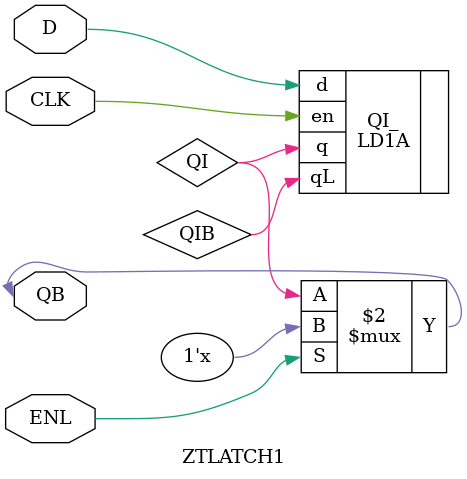
<source format=sv>
/* ZTLATCH1B is a tristate transmission latch with inverted output
the clock and enable are active low */

module ZTLATCH1
(
    inout QB,
    input D,
    input CLK,
    input ENL
);

wire QI,QIB;
LD1A QI_(.q(QI),.qL(QIB),.d(D),.en(CLK));
assign QB = ~ENL ? QI : 1'bZ;

endmodule

</source>
